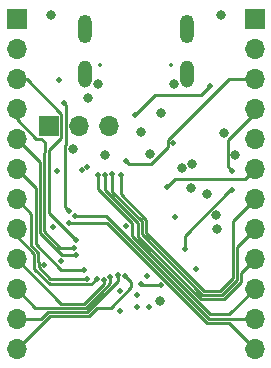
<source format=gbr>
%TF.GenerationSoftware,KiCad,Pcbnew,6.0.0*%
%TF.CreationDate,2022-01-30T15:16:09-05:00*%
%TF.ProjectId,stm32wb55ce_development_board,73746d33-3277-4623-9535-63655f646576,rev?*%
%TF.SameCoordinates,Original*%
%TF.FileFunction,Copper,L4,Bot*%
%TF.FilePolarity,Positive*%
%FSLAX46Y46*%
G04 Gerber Fmt 4.6, Leading zero omitted, Abs format (unit mm)*
G04 Created by KiCad (PCBNEW 6.0.0) date 2022-01-30 15:16:09*
%MOMM*%
%LPD*%
G01*
G04 APERTURE LIST*
%TA.AperFunction,ComponentPad*%
%ADD10R,1.700000X1.700000*%
%TD*%
%TA.AperFunction,ComponentPad*%
%ADD11O,1.700000X1.700000*%
%TD*%
%TA.AperFunction,ComponentPad*%
%ADD12O,1.200000X2.400000*%
%TD*%
%TA.AperFunction,ComponentPad*%
%ADD13O,1.158000X2.316000*%
%TD*%
%TA.AperFunction,ViaPad*%
%ADD14C,0.800000*%
%TD*%
%TA.AperFunction,ViaPad*%
%ADD15C,0.500000*%
%TD*%
%TA.AperFunction,Conductor*%
%ADD16C,0.250000*%
%TD*%
%TA.AperFunction,Conductor*%
%ADD17C,0.300000*%
%TD*%
%ADD18C,0.350000*%
%ADD19C,0.250000*%
%ADD20O,0.650000X1.950000*%
%ADD21O,0.650000X1.650000*%
G04 APERTURE END LIST*
D10*
%TO.P,J3,1*%
%TO.N,+3V3*%
X175920000Y-64480000D03*
D11*
%TO.P,J3,2*%
%TO.N,GND*%
X175920000Y-67020000D03*
%TO.P,J3,3*%
%TO.N,/PA15*%
X175920000Y-69560000D03*
%TO.P,J3,4*%
%TO.N,/PB0*%
X175920000Y-72100000D03*
%TO.P,J3,5*%
%TO.N,/PB1*%
X175920000Y-74640000D03*
%TO.P,J3,6*%
%TO.N,/PA10*%
X175920000Y-77180000D03*
%TO.P,J3,7*%
%TO.N,/PB4*%
X175920000Y-79720000D03*
%TO.P,J3,8*%
%TO.N,/PB5*%
X175920000Y-82260000D03*
%TO.P,J3,9*%
%TO.N,/PB6*%
X175920000Y-84800000D03*
%TO.P,J3,10*%
%TO.N,/PB7*%
X175920000Y-87340000D03*
%TO.P,J3,11*%
%TO.N,/PB8*%
X175920000Y-89880000D03*
%TO.P,J3,12*%
%TO.N,/PB9*%
X175920000Y-92420000D03*
%TD*%
D10*
%TO.P,J1,1*%
%TO.N,+3V3*%
X155740000Y-64520000D03*
D11*
%TO.P,J1,2*%
%TO.N,GND*%
X155740000Y-67060000D03*
%TO.P,J1,3*%
%TO.N,/PA0*%
X155740000Y-69600000D03*
%TO.P,J1,4*%
%TO.N,/PA1*%
X155740000Y-72140000D03*
%TO.P,J1,5*%
%TO.N,/PA2*%
X155740000Y-74680000D03*
%TO.P,J1,6*%
%TO.N,/PA3*%
X155740000Y-77220000D03*
%TO.P,J1,7*%
%TO.N,/PA4*%
X155740000Y-79760000D03*
%TO.P,J1,8*%
%TO.N,/PA5*%
X155740000Y-82300000D03*
%TO.P,J1,9*%
%TO.N,/PA6*%
X155740000Y-84840000D03*
%TO.P,J1,10*%
%TO.N,/PA7*%
X155740000Y-87380000D03*
%TO.P,J1,11*%
%TO.N,/PA8*%
X155740000Y-89920000D03*
%TO.P,J1,12*%
%TO.N,/PA9*%
X155740000Y-92460000D03*
%TD*%
D10*
%TO.P,J4,1*%
%TO.N,GND*%
X158450000Y-73550000D03*
D11*
%TO.P,J4,2*%
%TO.N,/PA14*%
X160990000Y-73550000D03*
%TO.P,J4,3*%
%TO.N,/PA13*%
X163530000Y-73550000D03*
%TD*%
D12*
%TO.P,J2,S6*%
%TO.N,Net-(J2-PadS6)*%
X161505000Y-65325000D03*
%TO.P,J2,S5*%
%TO.N,Net-(J2-PadS5)*%
X170145000Y-65325000D03*
D13*
%TO.P,J2,S4*%
%TO.N,Net-(J2-PadS4)*%
X161505000Y-69150000D03*
%TO.P,J2,S3*%
%TO.N,Net-(J2-PadS3)*%
X170145000Y-69150000D03*
%TD*%
D14*
%TO.N,GND*%
X166240000Y-74110000D03*
D15*
X169160005Y-81280000D03*
X165050000Y-82030000D03*
D14*
X161800000Y-71230000D03*
X170630000Y-76790000D03*
X160500000Y-75500000D03*
X169740000Y-77120000D03*
X172660000Y-81120000D03*
X173300000Y-74190000D03*
X167950000Y-72440000D03*
X172750000Y-82250000D03*
X163250000Y-76000000D03*
D15*
X169000000Y-75000000D03*
X165900000Y-88850000D03*
X164530000Y-89210000D03*
X167000000Y-88850000D03*
D14*
X167880000Y-88340000D03*
D15*
X166810000Y-86250000D03*
X159185000Y-77400000D03*
X158800000Y-82100000D03*
X159485464Y-84962744D03*
X170900000Y-85700000D03*
%TO.N,+3V3*%
X161750000Y-77000000D03*
D14*
X174250000Y-76000000D03*
D15*
X161250000Y-77250000D03*
D14*
X170520000Y-78850000D03*
X171870000Y-79330000D03*
X167060000Y-75900000D03*
D15*
X164485618Y-87545618D03*
X165930000Y-87830000D03*
X158100000Y-85300000D03*
%TO.N,/RF1*%
X166300000Y-86960000D03*
X167957103Y-86992897D03*
%TO.N,/PB7*%
X162633920Y-77733614D03*
%TO.N,/PB6*%
X163233456Y-77709731D03*
%TO.N,/PB5*%
X163827143Y-77622842D03*
%TO.N,/PB4*%
X164546156Y-77703854D03*
%TO.N,/PA15*%
X165000000Y-76500000D03*
%TO.N,/PA10*%
X168500000Y-78750000D03*
%TO.N,/PB0*%
X170000000Y-84000000D03*
X174000000Y-79000000D03*
X174000000Y-77350000D03*
%TO.N,/PA9*%
X164963226Y-86222957D03*
%TO.N,/PA8*%
X164344976Y-86207900D03*
%TO.N,/PA1*%
X160620006Y-83869996D03*
%TO.N,/PA0*%
X160793315Y-83250010D03*
%TO.N,/RESET*%
X165800000Y-72600000D03*
%TO.N,/PB9*%
X160180002Y-81780000D03*
%TO.N,/PB8*%
X160667281Y-81181854D03*
%TO.N,/PA7*%
X163671457Y-86336682D03*
%TO.N,/PA6*%
X163124335Y-86582997D03*
%TO.N,/PA5*%
X162527921Y-86517385D03*
%TO.N,/PA4*%
X161750000Y-86500000D03*
%TO.N,/PA3*%
X161434517Y-85728421D03*
%TO.N,/PA2*%
X160750000Y-84500000D03*
D14*
%TO.N,GND*%
X173050000Y-64150000D03*
D15*
X159300000Y-69675000D03*
D14*
X162625000Y-69975000D03*
X169050000Y-69975000D03*
%TO.N,+3V3*%
X158625000Y-64175000D03*
D15*
%TO.N,/BOOT0*%
X160200000Y-80755000D03*
X159775000Y-71650000D03*
%TO.N,/RESET*%
X172125000Y-70200000D03*
%TD*%
D16*
%TO.N,/RF1*%
X166332897Y-86992897D02*
X167957103Y-86992897D01*
X166300000Y-86960000D02*
X166332897Y-86992897D01*
%TO.N,/PB7*%
X165525001Y-81801999D02*
X165525001Y-82899067D01*
X165525001Y-82899067D02*
X172125934Y-89500000D01*
X162633920Y-78910918D02*
X165525001Y-81801999D01*
X162633920Y-77733614D02*
X162633920Y-78910918D01*
X173760000Y-89500000D02*
X175920000Y-87340000D01*
X172125934Y-89500000D02*
X173760000Y-89500000D01*
%TO.N,/PB6*%
X163233456Y-77709731D02*
X163233456Y-77732157D01*
X163233456Y-77709731D02*
X163233456Y-79015466D01*
X166000000Y-81782010D02*
X166000000Y-82879078D01*
X163233456Y-79015466D02*
X166000000Y-81782010D01*
X166000000Y-82879078D02*
X166560461Y-83439539D01*
X166060461Y-82939539D02*
X166560461Y-83439539D01*
X166560461Y-83439539D02*
X171320940Y-88200018D01*
X173294970Y-88200018D02*
X174750010Y-86744978D01*
X171320940Y-88200018D02*
X173294970Y-88200018D01*
X174750010Y-85969990D02*
X175920000Y-84800000D01*
X174750010Y-86744978D02*
X174750010Y-85969990D01*
%TO.N,/PB5*%
X166350010Y-81637032D02*
X166350010Y-82734100D01*
X163827143Y-79114165D02*
X166350010Y-81637032D01*
X163827143Y-77622842D02*
X163827143Y-79114165D01*
X171465918Y-87850008D02*
X173149992Y-87850008D01*
X166350010Y-82734100D02*
X171465918Y-87850008D01*
X173149992Y-87850008D02*
X174400000Y-86600000D01*
X174400000Y-83780000D02*
X175920000Y-82260000D01*
X174400000Y-86600000D02*
X174400000Y-83780000D01*
%TO.N,/PB4*%
X166700020Y-82589122D02*
X171610898Y-87500000D01*
X166700020Y-81492054D02*
X166700020Y-82589122D01*
X164546156Y-79338190D02*
X166700020Y-81492054D01*
X164546156Y-77703854D02*
X164546156Y-79338190D01*
X171610898Y-87500000D02*
X173005012Y-87500000D01*
X174049990Y-81590010D02*
X175920000Y-79720000D01*
X174049990Y-86455022D02*
X174049990Y-81590010D01*
X173005012Y-87500000D02*
X174049990Y-86455022D01*
%TO.N,/PA15*%
X173736998Y-69560000D02*
X175920000Y-69560000D01*
X168524999Y-74771999D02*
X173736998Y-69560000D01*
X168524999Y-75360003D02*
X168524999Y-74771999D01*
X167135003Y-76749999D02*
X168524999Y-75360003D01*
X165249999Y-76749999D02*
X167135003Y-76749999D01*
X165000000Y-76500000D02*
X165249999Y-76749999D01*
%TO.N,/PA10*%
X169200001Y-78049999D02*
X168500000Y-78750000D01*
X175050001Y-78049999D02*
X175920000Y-77180000D01*
X169200001Y-78049999D02*
X175050001Y-78049999D01*
%TO.N,/PB0*%
X173854998Y-79000000D02*
X174000000Y-79000000D01*
X170000000Y-82854998D02*
X173854998Y-79000000D01*
X170000000Y-84000000D02*
X170000000Y-82854998D01*
X175920000Y-72495002D02*
X175920000Y-72100000D01*
X173624999Y-76974999D02*
X173624999Y-74790003D01*
X173624999Y-74790003D02*
X175920000Y-72495002D01*
X174000000Y-77350000D02*
X173624999Y-76974999D01*
D17*
%TO.N,/PA9*%
X164963226Y-86296772D02*
X164963226Y-86222957D01*
D16*
X162545849Y-89000000D02*
X161887473Y-89658376D01*
X163702988Y-89000000D02*
X162545849Y-89000000D01*
X165475001Y-87227987D02*
X163702988Y-89000000D01*
X165475001Y-86734732D02*
X165475001Y-87227987D01*
X164963226Y-86222957D02*
X165475001Y-86734732D01*
X158541624Y-89658376D02*
X155740000Y-92460000D01*
X161887473Y-89658376D02*
X158541624Y-89658376D01*
D17*
%TO.N,/PA8*%
X164344976Y-86349321D02*
X164344976Y-86207900D01*
D16*
X164344976Y-86705885D02*
X162000860Y-89050001D01*
X164344976Y-86207900D02*
X164344976Y-86705885D01*
X161999999Y-89050001D02*
X161741634Y-89308366D01*
X162000860Y-89050001D02*
X161999999Y-89050001D01*
X157785012Y-89920000D02*
X155740000Y-89920000D01*
X158396646Y-89308366D02*
X157785012Y-89920000D01*
X161741634Y-89308366D02*
X158396646Y-89308366D01*
%TO.N,/PA1*%
X160620006Y-83869996D02*
X159457655Y-83869996D01*
X159457655Y-83869996D02*
X158050028Y-82462369D01*
X157419999Y-74625001D02*
X155740000Y-72945002D01*
X158125001Y-74925001D02*
X157825001Y-74625001D01*
X155740000Y-72945002D02*
X155740000Y-72140000D01*
X157825001Y-74625001D02*
X157419999Y-74625001D01*
X158050028Y-75874974D02*
X158125001Y-75800001D01*
X158125001Y-75800001D02*
X158125001Y-74925001D01*
X158050028Y-82462369D02*
X158050028Y-75874974D01*
%TO.N,/PA0*%
X159525001Y-72519999D02*
X156605002Y-69600000D01*
X159525001Y-74580001D02*
X159525001Y-72519999D01*
X158475011Y-75629991D02*
X159525001Y-74580001D01*
X156605002Y-69600000D02*
X155740000Y-69600000D01*
X158475011Y-80931706D02*
X158475011Y-75629991D01*
X160793315Y-83250010D02*
X158475011Y-80931706D01*
%TO.N,/RESET*%
X167423616Y-70976384D02*
X170523616Y-70976384D01*
X165800000Y-72600000D02*
X167423616Y-70976384D01*
%TO.N,/PB9*%
X171860967Y-90225009D02*
X163415958Y-81780000D01*
X163415958Y-81780000D02*
X160180002Y-81780000D01*
X173725009Y-90225009D02*
X175920000Y-92420000D01*
X171860967Y-90225009D02*
X173725009Y-90225009D01*
%TO.N,/PB8*%
X172005945Y-89874999D02*
X163312800Y-81181854D01*
X163312800Y-81181854D02*
X160667281Y-81181854D01*
X173869987Y-89874999D02*
X173874988Y-89880000D01*
X173874988Y-89880000D02*
X175920000Y-89880000D01*
X172005945Y-89874999D02*
X173869987Y-89874999D01*
%TO.N,/PA7*%
X163671457Y-86884416D02*
X162880852Y-87675021D01*
X163671457Y-86336682D02*
X163671457Y-86884416D01*
X162874979Y-87675021D02*
X161591644Y-88958356D01*
X162880852Y-87675021D02*
X162874979Y-87675021D01*
X157318356Y-88958356D02*
X155740000Y-87380000D01*
X161591644Y-88958356D02*
X157318356Y-88958356D01*
D17*
%TO.N,/PA6*%
X163124335Y-86670667D02*
X163124335Y-86582997D01*
D16*
X163124335Y-86936550D02*
X162735874Y-87325011D01*
X163124335Y-86582997D02*
X163124335Y-86936550D01*
X162730001Y-87325011D02*
X161446666Y-88608346D01*
X162735874Y-87325011D02*
X162730001Y-87325011D01*
X159508346Y-88608346D02*
X155740000Y-84840000D01*
X161446666Y-88608346D02*
X159508346Y-88608346D01*
%TO.N,/PA5*%
X155850014Y-82300000D02*
X155740000Y-82300000D01*
X157239866Y-84410124D02*
X155740000Y-82910258D01*
X157239866Y-85637856D02*
X157239866Y-84410124D01*
X158577011Y-86975001D02*
X157239866Y-85637856D01*
X162070305Y-86975001D02*
X158577011Y-86975001D01*
X155740000Y-82910258D02*
X155740000Y-82300000D01*
X162527921Y-86517385D02*
X162070305Y-86975001D01*
%TO.N,/PA4*%
X157000000Y-83675270D02*
X157000000Y-81020000D01*
X157600000Y-84275270D02*
X157000000Y-83675270D01*
X157600000Y-85047000D02*
X157600000Y-84275270D01*
X157624999Y-85071999D02*
X157600000Y-85047000D01*
X157624999Y-85528001D02*
X157624999Y-85071999D01*
X157000000Y-81020000D02*
X155740000Y-79760000D01*
X158596998Y-86500000D02*
X157624999Y-85528001D01*
X161750000Y-86500000D02*
X158596998Y-86500000D01*
%TO.N,/PA3*%
X157350008Y-78830008D02*
X155740000Y-77220000D01*
X157350008Y-83530290D02*
X157350008Y-78830008D01*
X159548139Y-85728421D02*
X157350008Y-83530290D01*
X161434517Y-85728421D02*
X159548139Y-85728421D01*
%TO.N,/PA2*%
X157700018Y-76640018D02*
X155740000Y-74680000D01*
X157700018Y-82607347D02*
X157700018Y-76640018D01*
X159592671Y-84500000D02*
X157700018Y-82607347D01*
X160750000Y-84500000D02*
X159592671Y-84500000D01*
%TO.N,/BOOT0*%
X159914999Y-71789999D02*
X159775000Y-71650000D01*
X159914999Y-75159999D02*
X159914999Y-71789999D01*
X159874999Y-75199999D02*
X159914999Y-75159999D01*
X159874999Y-80429999D02*
X159874999Y-75199999D01*
X160200000Y-80755000D02*
X159874999Y-80429999D01*
%TO.N,/RESET*%
X171348616Y-70976384D02*
X172125000Y-70200000D01*
X170523616Y-70976384D02*
X171348616Y-70976384D01*
%TD*%
D18*
X166240000Y-74110000D03*
D19*
X169160005Y-81280000D03*
X165050000Y-82030000D03*
D18*
X161800000Y-71230000D03*
X170630000Y-76790000D03*
X160500000Y-75500000D03*
X169740000Y-77120000D03*
X172660000Y-81120000D03*
X173300000Y-74190000D03*
X167950000Y-72440000D03*
X172750000Y-82250000D03*
X163250000Y-76000000D03*
D19*
X169000000Y-75000000D03*
X165900000Y-88850000D03*
X164530000Y-89210000D03*
X167000000Y-88850000D03*
D18*
X167880000Y-88340000D03*
D19*
X166810000Y-86250000D03*
X159185000Y-77400000D03*
X158800000Y-82100000D03*
X159485464Y-84962744D03*
X170900000Y-85700000D03*
X161750000Y-77000000D03*
D18*
X174250000Y-76000000D03*
D19*
X161250000Y-77250000D03*
D18*
X170520000Y-78850000D03*
X171870000Y-79330000D03*
X167060000Y-75900000D03*
D19*
X164485618Y-87545618D03*
X165930000Y-87830000D03*
X158100000Y-85300000D03*
X166300000Y-86960000D03*
X167957103Y-86992897D03*
X162633920Y-77733614D03*
X163233456Y-77709731D03*
X163827143Y-77622842D03*
X164546156Y-77703854D03*
X165000000Y-76500000D03*
X168500000Y-78750000D03*
X170000000Y-84000000D03*
X174000000Y-79000000D03*
X174000000Y-77350000D03*
X164963226Y-86222957D03*
X164344976Y-86207900D03*
X160620006Y-83869996D03*
X160793315Y-83250010D03*
X165800000Y-72600000D03*
X160180002Y-81780000D03*
X160667281Y-81181854D03*
X163671457Y-86336682D03*
X163124335Y-86582997D03*
X162527921Y-86517385D03*
X161750000Y-86500000D03*
X161434517Y-85728421D03*
X160750000Y-84500000D03*
D18*
X173050000Y-64150000D03*
D19*
X159300000Y-69675000D03*
D18*
X162625000Y-69975000D03*
X169050000Y-69975000D03*
X158625000Y-64175000D03*
D19*
X160200000Y-80755000D03*
X159775000Y-71650000D03*
X172125000Y-70200000D03*
D18*
X175920000Y-64480000D03*
X175920000Y-67020000D03*
X175920000Y-69560000D03*
X175920000Y-72100000D03*
X175920000Y-74640000D03*
X175920000Y-77180000D03*
X175920000Y-79720000D03*
X175920000Y-82260000D03*
X175920000Y-84800000D03*
X175920000Y-87340000D03*
X175920000Y-89880000D03*
X175920000Y-92420000D03*
X155740000Y-64520000D03*
X155740000Y-67060000D03*
X155740000Y-69600000D03*
X155740000Y-72140000D03*
X155740000Y-74680000D03*
X155740000Y-77220000D03*
X155740000Y-79760000D03*
X155740000Y-82300000D03*
X155740000Y-84840000D03*
X155740000Y-87380000D03*
X155740000Y-89920000D03*
X155740000Y-92460000D03*
X158450000Y-73550000D03*
X160990000Y-73550000D03*
X163530000Y-73550000D03*
D20*
X161505000Y-65325000D03*
X170145000Y-65325000D03*
D21*
X161505000Y-69150000D03*
X170145000Y-69150000D03*
D18*
X168825000Y-68425000D03*
X162825000Y-68425000D03*
X162825000Y-68425000D03*
M02*

</source>
